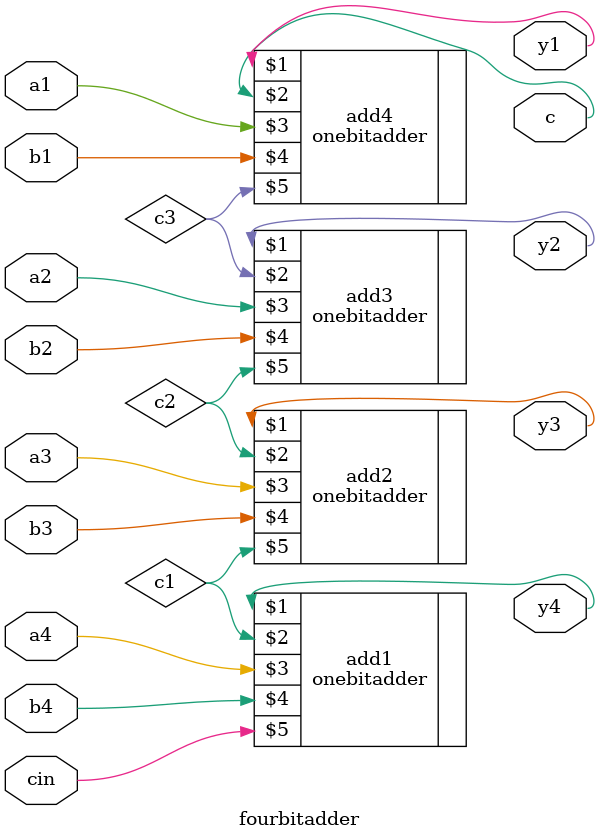
<source format=v>
`include "1bitadder.v"

module fourbitadder (
    output wire y1,y2,y3,y4,c,input wire a1,a2,a3,a4,b1,b2,b3,b4,cin
);
    wire c1,c2,c3;
    onebitadder add1(y4,c1,a4,b4,cin);
    onebitadder add2(y3,c2,a3,b3,c1);
    onebitadder add3(y2,c3,a2,b2,c2);
    onebitadder add4(y1,c,a1,b1,c3);
endmodule
</source>
